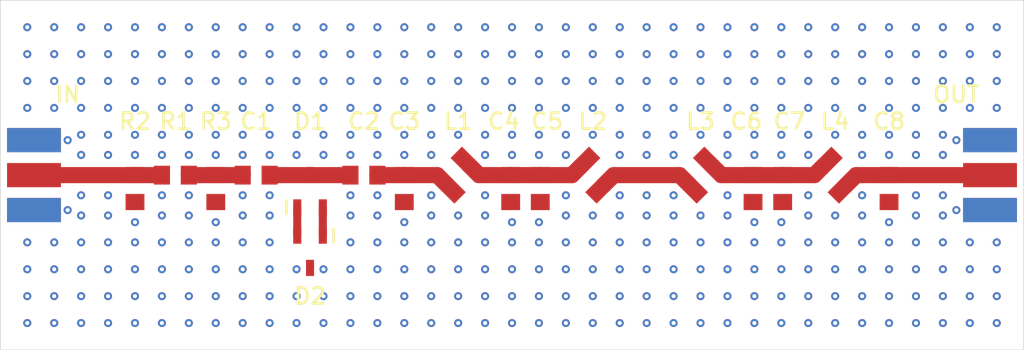
<source format=kicad_pcb>
(kicad_pcb (version 20221018) (generator pcbnew)
  (layers (0 "F.Cu" signal) (31 "B.Cu" signal) (34 "B.Paste" user) (35 "F.Paste" user) (36 "B.SilkS" user "B.Silkscreen") (37 "F.SilkS" user "F.Silkscreen") (38 "B.Mask" user) (39 "F.Mask" user) (44 "Edge.Cuts" user))
  (net 0 "")
  (net 1 "TVS3")
  (net 2 "TVS2")
  (net 3 "GND")
  (net 4 "TVS1")
  (net 5 "FLT4")
  (net 6 "ATT1")
  (net 7 "FLT1")
  (net 8 "FLT2")
  (net 9 "FLT3")
  (net 10 "ATT2")
  (net 11 "FLT5")
  (footprint "footprints:0805" (layer "F.Cu") (at 149 100)
    (fp_text reference "C2" (at 0 -4) (layer "F.SilkS") (effects (font (size 1.2 1.2) (thickness 0.2))))
    (fp_text value "" (at 0 0) (layer "F.SilkS") (effects (font (size 1.27 1.27))))
    (pad "1" smd rect (at -1 0) (size 1.2 1.4) (layers "F.Cu" "F.Paste" "F.Mask") (net 4 "TVS1"))
    (pad "2" smd rect (at 1 0) (size 1.2 1.4) (layers "F.Cu" "F.Paste" "F.Mask") (net 7 "FLT1"))
  )
  (footprint "footprints:0805" (layer "F.Cu") (at 177.9 101 -90)
    (fp_text reference "C6" (at -5 0.5) (layer "F.SilkS") (effects (font (size 1.2 1.2) (thickness 0.2))))
    (fp_text value "" (at 0 0 -90) (layer "F.SilkS") (effects (font (size 1.27 1.27))))
    (pad "1" smd rect (at -1 0 270) (size 1.2 1.4) (layers "F.Cu" "F.Paste" "F.Mask") (net 5 "FLT4"))
    (pad "2" smd rect (at 1 0 270) (size 1.2 1.4) (layers "F.Cu" "F.Paste" "F.Mask") (net 3 "GND"))
  )
  (footprint "footprints:0805" (layer "F.Cu") (at 132 101 -90)
    (fp_text reference "R2" (at -5 0) (layer "F.SilkS") (effects (font (size 1.2 1.2) (thickness 0.2))))
    (fp_text value "" (at 0.5 0 -90) (layer "F.SilkS") (effects (font (size 1.27 1.27))))
    (pad "1" smd rect (at -1 0 270) (size 1.2 1.4) (layers "F.Cu" "F.Paste" "F.Mask") (net 6 "ATT1"))
    (pad "2" smd rect (at 1 0 270) (size 1.2 1.4) (layers "F.Cu" "F.Paste" "F.Mask") (net 3 "GND"))
  )
  (footprint "footprints:0805" (layer "F.Cu") (at 188 101 -90)
    (fp_text reference "C8" (at -5 0) (layer "F.SilkS") (effects (font (size 1.2 1.2) (thickness 0.2))))
    (fp_text value "" (at 0 0 -90) (layer "F.SilkS") (effects (font (size 1.27 1.27))))
    (pad "1" smd rect (at -1 0 270) (size 1.2 1.4) (layers "F.Cu" "F.Paste" "F.Mask") (net 11 "FLT5"))
    (pad "2" smd rect (at 1 0 270) (size 1.2 1.4) (layers "F.Cu" "F.Paste" "F.Mask") (net 3 "GND"))
  )
  (footprint "footprints:0805" (layer "F.Cu") (at 180.1 101 -90)
    (fp_text reference "C7" (at -5 -0.5) (layer "F.SilkS") (effects (font (size 1.2 1.2) (thickness 0.2))))
    (fp_text value "" (at 0 0 -90) (layer "F.SilkS") (effects (font (size 1.27 1.27))))
    (pad "1" smd rect (at -1 0 270) (size 1.2 1.4) (layers "F.Cu" "F.Paste" "F.Mask") (net 5 "FLT4"))
    (pad "2" smd rect (at 1 0 270) (size 1.2 1.4) (layers "F.Cu" "F.Paste" "F.Mask") (net 3 "GND"))
  )
  (footprint "footprints:SOT23-3" (layer "F.Cu") (at 145 105.7 -90)
    (fp_text reference "D2" (at 3.3 0) (layer "F.SilkS") (effects (font (size 1.2 1.2) (thickness 0.2))))
    (fp_text value "" (at 0 0 90) (layer "F.SilkS") (effects (font (size 1.27 1.27))))
    (fp_line (start -1.7 -1.75) (end -0.7 -1.75) (stroke (width 0.2)) (layer "F.SilkS"))
    (pad "1" smd rect (at -1.2 -0.95) (size 0.6 1.2) (layers "F.Cu" "F.Paste" "F.Mask") (net 1 "TVS3"))
    (pad "2" smd rect (at -1.2 0.95) (size 0.6 1.2) (layers "F.Cu" "F.Paste" "F.Mask") (net 2 "TVS2"))
    (pad "3" smd rect (at 1.2 0) (size 0.6 1.2) (layers "F.Cu" "F.Paste" "F.Mask") (net 3 "GND"))
  )
  (footprint "footprints:0805" (layer "F.Cu") (at 159.9 101 -90)
    (fp_text reference "C4" (at -5 0.5) (layer "F.SilkS") (effects (font (size 1.2 1.2) (thickness 0.2))))
    (fp_text value "" (at 0 0 -90) (layer "F.SilkS") (effects (font (size 1.27 1.27))))
    (pad "1" smd rect (at -1 0 270) (size 1.2 1.4) (layers "F.Cu" "F.Paste" "F.Mask") (net 8 "FLT2"))
    (pad "2" smd rect (at 1 0 270) (size 1.2 1.4) (layers "F.Cu" "F.Paste" "F.Mask") (net 3 "GND"))
  )
  (footprint "footprints:1008" (layer "F.Cu") (at 174 100 45)
    (fp_text reference "L3" (at 2.828427 -2.828427 180) (layer "F.SilkS") (effects (font (size 1.2 1.2) (thickness 0.2))))
    (fp_text value "" (at 0 0 45) (layer "F.SilkS") (effects (font (size 1.27 1.27))))
    (pad "1" smd rect (at -1.1 0 45) (size 1.2 2.6) (layers "F.Cu" "F.Paste" "F.Mask") (net 9 "FLT3"))
    (pad "2" smd rect (at 1.1 0 45) (size 1.2 2.6) (layers "F.Cu" "F.Paste" "F.Mask") (net 5 "FLT4"))
  )
  (footprint "footprints:1008" (layer "F.Cu") (at 166 100 -45)
    (fp_text reference "L2" (at -2.828427 -2.828427) (layer "F.SilkS") (effects (font (size 1.2 1.2) (thickness 0.2))))
    (fp_text value "" (at 0 0 135) (layer "F.SilkS") (effects (font (size 1.27 1.27))))
    (pad "1" smd rect (at -1.1 0 315) (size 1.2 2.6) (layers "F.Cu" "F.Paste" "F.Mask") (net 8 "FLT2"))
    (pad "2" smd rect (at 1.1 0 315) (size 1.2 2.6) (layers "F.Cu" "F.Paste" "F.Mask") (net 9 "FLT3"))
  )
  (footprint "footprints:0805" (layer "F.Cu") (at 141 100)
    (fp_text reference "C1" (at 0 -4) (layer "F.SilkS") (effects (font (size 1.2 1.2) (thickness 0.2))))
    (fp_text value "" (at 0 0) (layer "F.SilkS") (effects (font (size 1.27 1.27))))
    (pad "1" smd rect (at -1 0) (size 1.2 1.4) (layers "F.Cu" "F.Paste" "F.Mask") (net 10 "ATT2"))
    (pad "2" smd rect (at 1 0) (size 1.2 1.4) (layers "F.Cu" "F.Paste" "F.Mask") (net 4 "TVS1"))
  )
  (footprint "footprints:0805" (layer "F.Cu") (at 162.1 101 -90)
    (fp_text reference "C5" (at -5 -0.5) (layer "F.SilkS") (effects (font (size 1.2 1.2) (thickness 0.2))))
    (fp_text value "" (at 0 0 -90) (layer "F.SilkS") (effects (font (size 1.27 1.27))))
    (pad "1" smd rect (at -1 0 270) (size 1.2 1.4) (layers "F.Cu" "F.Paste" "F.Mask") (net 8 "FLT2"))
    (pad "2" smd rect (at 1 0 270) (size 1.2 1.4) (layers "F.Cu" "F.Paste" "F.Mask") (net 3 "GND"))
  )
  (footprint "footprints:0805" (layer "F.Cu") (at 138 101 -90)
    (fp_text reference "R3" (at -5 0) (layer "F.SilkS") (effects (font (size 1.2 1.2) (thickness 0.2))))
    (fp_text value "" (at 0.2 0 -90) (layer "F.SilkS") (effects (font (size 1.27 1.27))))
    (pad "1" smd rect (at -1 0 270) (size 1.2 1.4) (layers "F.Cu" "F.Paste" "F.Mask") (net 10 "ATT2"))
    (pad "2" smd rect (at 1 0 270) (size 1.2 1.4) (layers "F.Cu" "F.Paste" "F.Mask") (net 3 "GND"))
  )
  (footprint "footprints:1008" (layer "F.Cu") (at 156 100 45)
    (fp_text reference "L1" (at 2.828427 -2.828427 180) (layer "F.SilkS") (effects (font (size 1.2 1.2) (thickness 0.2))))
    (fp_text value "" (at 0 0 45) (layer "F.SilkS") (effects (font (size 1.27 1.27))))
    (pad "1" smd rect (at -1.1 0 45) (size 1.2 2.6) (layers "F.Cu" "F.Paste" "F.Mask") (net 7 "FLT1"))
    (pad "2" smd rect (at 1.1 0 45) (size 1.2 2.6) (layers "F.Cu" "F.Paste" "F.Mask") (net 8 "FLT2"))
  )
  (footprint "footprints:0805" (layer "F.Cu") (at 135 100)
    (fp_text reference "R1" (at 0 -4) (layer "F.SilkS") (effects (font (size 1.2 1.2) (thickness 0.2))))
    (fp_text value "" (at 0 0) (layer "F.SilkS") (effects (font (size 1.27 1.27))))
    (pad "1" smd rect (at -1 0) (size 1.2 1.4) (layers "F.Cu" "F.Paste" "F.Mask") (net 6 "ATT1"))
    (pad "2" smd rect (at 1 0) (size 1.2 1.4) (layers "F.Cu" "F.Paste" "F.Mask") (net 10 "ATT2"))
  )
  (footprint "footprints:0805" (layer "F.Cu") (at 152 101 -90)
    (fp_text reference "C3" (at -5 0) (layer "F.SilkS") (effects (font (size 1.2 1.2) (thickness 0.2))))
    (fp_text value "" (at 0 0 -90) (layer "F.SilkS") (effects (font (size 1.27 1.27))))
    (pad "1" smd rect (at -1 0 270) (size 1.2 1.4) (layers "F.Cu" "F.Paste" "F.Mask") (net 7 "FLT1"))
    (pad "2" smd rect (at 1 0 270) (size 1.2 1.4) (layers "F.Cu" "F.Paste" "F.Mask") (net 3 "GND"))
  )
  (footprint "footprints:SMA-EDGE" (layer "F.Cu") (at 195.5 100 90)
    (fp_text reference "OUT" (at 6 -2.5 180) (layer "F.SilkS") (effects (font (size 1.2 1.2) (thickness 0.2))))
    (fp_text value "" (at 0 0 90) (layer "F.SilkS") (effects (font (size 1.27 1.27))))
    (pad "1" smd rect (at 0 0 90) (size 1.8 4) (layers "F.Cu" "F.Paste" "F.Mask") (net 11 "FLT5"))
    (pad "2" smd rect (at -2.6 0 90) (size 1.8 4) (layers "F.Cu" "F.Paste" "F.Mask") (net 3 "GND"))
    (pad "2" smd rect (at -2.6 0 90) (size 1.8 4) (layers "B.Cu" "B.Paste" "B.Mask") (net 3 "GND"))
    (pad "2" smd rect (at 2.6 0 90) (size 1.8 4) (layers "F.Cu" "F.Paste" "F.Mask") (net 3 "GND"))
    (pad "2" smd rect (at 2.6 0 90) (size 1.8 4) (layers "B.Cu" "B.Paste" "B.Mask") (net 3 "GND"))
  )
  (footprint "footprints:1008" (layer "F.Cu") (at 184 100 -45)
    (fp_text reference "L4" (at -2.828427 -2.828427) (layer "F.SilkS") (effects (font (size 1.2 1.2) (thickness 0.2))))
    (fp_text value "" (at 0 0 135) (layer "F.SilkS") (effects (font (size 1.27 1.27))))
    (pad "1" smd rect (at -1.1 0 315) (size 1.2 2.6) (layers "F.Cu" "F.Paste" "F.Mask") (net 5 "FLT4"))
    (pad "2" smd rect (at 1.1 0 315) (size 1.2 2.6) (layers "F.Cu" "F.Paste" "F.Mask") (net 11 "FLT5"))
  )
  (footprint "footprints:SOT23-3" (layer "F.Cu") (at 145 101.2 90)
    (fp_text reference "D1" (at 5.2 0 180) (layer "F.SilkS") (effects (font (size 1.2 1.2) (thickness 0.2))))
    (fp_text value "" (at -0.5 0 90) (layer "F.SilkS") (effects (font (size 1.27 1.27))))
    (fp_line (start -1.7 -1.75) (end -0.7 -1.75) (stroke (width 0.2)) (layer "F.SilkS"))
    (pad "1" smd rect (at -1.2 -0.95 180) (size 0.6 1.2) (layers "F.Cu" "F.Paste" "F.Mask") (net 2 "TVS2"))
    (pad "2" smd rect (at -1.2 0.95 180) (size 0.6 1.2) (layers "F.Cu" "F.Paste" "F.Mask") (net 1 "TVS3"))
    (pad "3" smd rect (at 1.2 0 180) (size 0.6 1.2) (layers "F.Cu" "F.Paste" "F.Mask") (net 4 "TVS1"))
  )
  (footprint "footprints:SMA-EDGE" (layer "F.Cu") (at 124.5 100 90)
    (fp_text reference "IN" (at 6 2.5 180) (layer "F.SilkS") (effects (font (size 1.2 1.2) (thickness 0.2))))
    (fp_text value "" (at 0 0 90) (layer "F.SilkS") (effects (font (size 1.27 1.27))))
    (pad "1" smd rect (at 0 0 90) (size 1.8 4) (layers "F.Cu" "F.Paste" "F.Mask") (net 6 "ATT1"))
    (pad "2" smd rect (at -2.6 0 90) (size 1.8 4) (layers "F.Cu" "F.Paste" "F.Mask") (net 3 "GND"))
    (pad "2" smd rect (at -2.6 0 90) (size 1.8 4) (layers "B.Cu" "B.Paste" "B.Mask") (net 3 "GND"))
    (pad "2" smd rect (at 2.6 0 90) (size 1.8 4) (layers "F.Cu" "F.Paste" "F.Mask") (net 3 "GND"))
    (pad "2" smd rect (at 2.6 0 90) (size 1.8 4) (layers "B.Cu" "B.Paste" "B.Mask") (net 3 "GND"))
  )
  (gr_rect (start 122 87) (end 198 113) (stroke (width 0.05)) (fill none) (layer "Edge.Cuts"))
  (segment (start 145.95 102.4) (end 145.95 104.5) (width 0.6) (layer "F.Cu") (net 1))
  (segment (start 144.05 102.4) (end 144.05 104.5) (width 0.6) (layer "F.Cu") (net 2))
  (via (at 184 105) (size 0.6) (drill 0.3) (layers "F.Cu" "B.Cu") (net 3))
  (via (at 150 95) (size 0.6) (drill 0.3) (layers "F.Cu" "B.Cu") (net 3))
  (via (at 196 111) (size 0.6) (drill 0.3) (layers "F.Cu" "B.Cu") (net 3))
  (via (at 150 103) (size 0.6) (drill 0.3) (layers "F.Cu" "B.Cu") (net 3))
  (via (at 162 107) (size 0.6) (drill 0.3) (layers "F.Cu" "B.Cu") (net 3))
  (via (at 138 107) (size 0.6) (drill 0.3) (layers "F.Cu" "B.Cu") (net 3))
  (via (at 132 95) (size 0.6) (drill 0.3) (layers "F.Cu" "B.Cu") (net 3))
  (via (at 148 95) (size 0.6) (drill 0.3) (layers "F.Cu" "B.Cu") (net 3))
  (via (at 162 109) (size 0.6) (drill 0.3) (layers "F.Cu" "B.Cu") (net 3))
  (via (at 166 93) (size 0.6) (drill 0.3) (layers "F.Cu" "B.Cu") (net 3))
  (via (at 170 107) (size 0.6) (drill 0.3) (layers "F.Cu" "B.Cu") (net 3))
  (via (at 172 95) (size 0.6) (drill 0.3) (layers "F.Cu" "B.Cu") (net 3))
  (via (at 136 89) (size 0.6) (drill 0.3) (layers "F.Cu" "B.Cu") (net 3))
  (via (at 144 89) (size 0.6) (drill 0.3) (layers "F.Cu" "B.Cu") (net 3))
  (via (at 126 111) (size 0.6) (drill 0.3) (layers "F.Cu" "B.Cu") (net 3))
  (via (at 146 93) (size 0.6) (drill 0.3) (layers "F.Cu" "B.Cu") (net 3))
  (via (at 158 97) (size 0.6) (drill 0.3) (layers "F.Cu" "B.Cu") (net 3))
  (via (at 132 105) (size 0.6) (drill 0.3) (layers "F.Cu" "B.Cu") (net 3))
  (via (at 168 95) (size 0.6) (drill 0.3) (layers "F.Cu" "B.Cu") (net 3))
  (via (at 180 91) (size 0.6) (drill 0.3) (layers "F.Cu" "B.Cu") (net 3))
  (via (at 124 91) (size 0.6) (drill 0.3) (layers "F.Cu" "B.Cu") (net 3))
  (via (at 164 93) (size 0.6) (drill 0.3) (layers "F.Cu" "B.Cu") (net 3))
  (via (at 164 111) (size 0.6) (drill 0.3) (layers "F.Cu" "B.Cu") (net 3))
  (via (at 188 89) (size 0.6) (drill 0.3) (layers "F.Cu" "B.Cu") (net 3))
  (via (at 132 107) (size 0.6) (drill 0.3) (layers "F.Cu" "B.Cu") (net 3))
  (via (at 160 111) (size 0.6) (drill 0.3) (layers "F.Cu" "B.Cu") (net 3))
  (via (at 174 93) (size 0.6) (drill 0.3) (layers "F.Cu" "B.Cu") (net 3))
  (via (at 134 91) (size 0.6) (drill 0.3) (layers "F.Cu" "B.Cu") (net 3))
  (via (at 142 95) (size 0.6) (drill 0.3) (layers "F.Cu" "B.Cu") (net 3))
  (via (at 156 109) (size 0.6) (drill 0.3) (layers "F.Cu" "B.Cu") (net 3))
  (via (at 192 111) (size 0.6) (drill 0.3) (layers "F.Cu" "B.Cu") (net 3))
  (via (at 170 93) (size 0.6) (drill 0.3) (layers "F.Cu" "B.Cu") (net 3))
  (via (at 168 103) (size 0.6) (drill 0.3) (layers "F.Cu" "B.Cu") (net 3))
  (via (at 176 98.5) (size 0.6) (drill 0.3) (layers "F.Cu" "B.Cu") (net 3))
  (via (at 184 111) (size 0.6) (drill 0.3) (layers "F.Cu" "B.Cu") (net 3))
  (via (at 164 89) (size 0.6) (drill 0.3) (layers "F.Cu" "B.Cu") (net 3))
  (via (at 136 111) (size 0.6) (drill 0.3) (layers "F.Cu" "B.Cu") (net 3))
  (via (at 136 97) (size 0.6) (drill 0.3) (layers "F.Cu" "B.Cu") (net 3))
  (via (at 184 109) (size 0.6) (drill 0.3) (layers "F.Cu" "B.Cu") (net 3))
  (via (at 140 93) (size 0.6) (drill 0.3) (layers "F.Cu" "B.Cu") (net 3))
  (via (at 136 93) (size 0.6) (drill 0.3) (layers "F.Cu" "B.Cu") (net 3))
  (via (at 162 89) (size 0.6) (drill 0.3) (layers "F.Cu" "B.Cu") (net 3))
  (via (at 194 107) (size 0.6) (drill 0.3) (layers "F.Cu" "B.Cu") (net 3))
  (via (at 174 107) (size 0.6) (drill 0.3) (layers "F.Cu" "B.Cu") (net 3))
  (via (at 168 98.5) (size 0.6) (drill 0.3) (layers "F.Cu" "B.Cu") (net 3))
  (via (at 172 98.5) (size 0.6) (drill 0.3) (layers "F.Cu" "B.Cu") (net 3))
  (via (at 180 93) (size 0.6) (drill 0.3) (layers "F.Cu" "B.Cu") (net 3))
  (via (at 184 107) (size 0.6) (drill 0.3) (layers "F.Cu" "B.Cu") (net 3))
  (via (at 186 89) (size 0.6) (drill 0.3) (layers "F.Cu" "B.Cu") (net 3))
  (via (at 150 91) (size 0.6) (drill 0.3) (layers "F.Cu" "B.Cu") (net 3))
  (via (at 172 109) (size 0.6) (drill 0.3) (layers "F.Cu" "B.Cu") (net 3))
  (via (at 150 105) (size 0.6) (drill 0.3) (layers "F.Cu" "B.Cu") (net 3))
  (via (at 168 91) (size 0.6) (drill 0.3) (layers "F.Cu" "B.Cu") (net 3))
  (via (at 178 93) (size 0.6) (drill 0.3) (layers "F.Cu" "B.Cu") (net 3))
  (via (at 162 97) (size 0.6) (drill 0.3) (layers "F.Cu" "B.Cu") (net 3))
  (via (at 154 103) (size 0.6) (drill 0.3) (layers "F.Cu" "B.Cu") (net 3))
  (via (at 154 98.5) (size 0.6) (drill 0.3) (layers "F.Cu" "B.Cu") (net 3))
  (via (at 148 107) (size 0.6) (drill 0.3) (layers "F.Cu" "B.Cu") (net 3))
  (via (at 182 91) (size 0.6) (drill 0.3) (layers "F.Cu" "B.Cu") (net 3))
  (via (at 170 89) (size 0.6) (drill 0.3) (layers "F.Cu" "B.Cu") (net 3))
  (via (at 142 101.5) (size 0.6) (drill 0.3) (layers "F.Cu" "B.Cu") (net 3))
  (via (at 132 89) (size 0.6) (drill 0.3) (layers "F.Cu" "B.Cu") (net 3))
  (via (at 170 98.5) (size 0.6) (drill 0.3) (layers "F.Cu" "B.Cu") (net 3))
  (via (at 134 93) (size 0.6) (drill 0.3) (layers "F.Cu" "B.Cu") (net 3))
  (via (at 140 98.5) (size 0.6) (drill 0.3) (layers "F.Cu" "B.Cu") (net 3))
  (via (at 152 107) (size 0.6) (drill 0.3) (layers "F.Cu" "B.Cu") (net 3))
  (via (at 128 107) (size 0.6) (drill 0.3) (layers "F.Cu" "B.Cu") (net 3))
  (via (at 170 103) (size 0.6) (drill 0.3) (layers "F.Cu" "B.Cu") (net 3))
  (via (at 164 109) (size 0.6) (drill 0.3) (layers "F.Cu" "B.Cu") (net 3))
  (via (at 190 103) (size 0.6) (drill 0.3) (layers "F.Cu" "B.Cu") (net 3))
  (via (at 192 101.5) (size 0.6) (drill 0.3) (layers "F.Cu" "B.Cu") (net 3))
  (via (at 174 111) (size 0.6) (drill 0.3) (layers "F.Cu" "B.Cu") (net 3))
  (via (at 126 93) (size 0.6) (drill 0.3) (layers "F.Cu" "B.Cu") (net 3))
  (via (at 156 91) (size 0.6) (drill 0.3) (layers "F.Cu" "B.Cu") (net 3))
  (via (at 127 102.6) (size 0.6) (drill 0.3) (layers "F.Cu" "B.Cu") (net 3))
  (via (at 144 95) (size 0.6) (drill 0.3) (layers "F.Cu" "B.Cu") (net 3))
  (via (at 166 111) (size 0.6) (drill 0.3) (layers "F.Cu" "B.Cu") (net 3))
  (via (at 162 111) (size 0.6) (drill 0.3) (layers "F.Cu" "B.Cu") (net 3))
  (via (at 158 111) (size 0.6) (drill 0.3) (layers "F.Cu" "B.Cu") (net 3))
  (via (at 156 95) (size 0.6) (drill 0.3) (layers "F.Cu" "B.Cu") (net 3))
  (via (at 194 105) (size 0.6) (drill 0.3) (layers "F.Cu" "B.Cu") (net 3))
  (via (at 188 95) (size 0.6) (drill 0.3) (layers "F.Cu" "B.Cu") (net 3))
  (via (at 158 107) (size 0.6) (drill 0.3) (layers "F.Cu" "B.Cu") (net 3))
  (via (at 172 93) (size 0.6) (drill 0.3) (layers "F.Cu" "B.Cu") (net 3))
  (via (at 134 89) (size 0.6) (drill 0.3) (layers "F.Cu" "B.Cu") (net 3))
  (via (at 168 97) (size 0.6) (drill 0.3) (layers "F.Cu" "B.Cu") (net 3))
  (via (at 142 97) (size 0.6) (drill 0.3) (layers "F.Cu" "B.Cu") (net 3))
  (via (at 168 107) (size 0.6) (drill 0.3) (layers "F.Cu" "B.Cu") (net 3))
  (via (at 136 107) (size 0.6) (drill 0.3) (layers "F.Cu" "B.Cu") (net 3))
  (via (at 158 93) (size 0.6) (drill 0.3) (layers "F.Cu" "B.Cu") (net 3))
  (via (at 124 111) (size 0.6) (drill 0.3) (layers "F.Cu" "B.Cu") (net 3))
  (via (at 184 97) (size 0.6) (drill 0.3) (layers "F.Cu" "B.Cu") (net 3))
  (via (at 170 91) (size 0.6) (drill 0.3) (layers "F.Cu" "B.Cu") (net 3))
  (via (at 148 89) (size 0.6) (drill 0.3) (layers "F.Cu" "B.Cu") (net 3))
  (via (at 152 105) (size 0.6) (drill 0.3) (layers "F.Cu" "B.Cu") (net 3))
  (via (at 128 93) (size 0.6) (drill 0.3) (layers "F.Cu" "B.Cu") (net 3))
  (via (at 156 103) (size 0.6) (drill 0.3) (layers "F.Cu" "B.Cu") (net 3))
  (via (at 142 107) (size 0.6) (drill 0.3) (layers "F.Cu" "B.Cu") (net 3))
  (via (at 158 95) (size 0.6) (drill 0.3) (layers "F.Cu" "B.Cu") (net 3))
  (via (at 160 107) (size 0.6) (drill 0.3) (layers "F.Cu" "B.Cu") (net 3))
  (via (at 130 107) (size 0.6) (drill 0.3) (layers "F.Cu" "B.Cu") (net 3))
  (via (at 154 97) (size 0.6) (drill 0.3) (layers "F.Cu" "B.Cu") (net 3))
  (via (at 154 107) (size 0.6) (drill 0.3) (layers "F.Cu" "B.Cu") (net 3))
  (via (at 180 97) (size 0.6) (drill 0.3) (layers "F.Cu" "B.Cu") (net 3))
  (via (at 132 93) (size 0.6) (drill 0.3) (layers "F.Cu" "B.Cu") (net 3))
  (via (at 164 98.5) (size 0.6) (drill 0.3) (layers "F.Cu" "B.Cu") (net 3))
  (via (at 180 95) (size 0.6) (drill 0.3) (layers "F.Cu" "B.Cu") (net 3))
  (via (at 150 101.5) (size 0.6) (drill 0.3) (layers "F.Cu" "B.Cu") (net 3))
  (via (at 164 107) (size 0.6) (drill 0.3) (layers "F.Cu" "B.Cu") (net 3))
  (via (at 188 98.5) (size 0.6) (drill 0.3) (layers "F.Cu" "B.Cu") (net 3))
  (via (at 140 109) (size 0.6) (drill 0.3) (layers "F.Cu" "B.Cu") (net 3))
  (via (at 186 107) (size 0.6) (drill 0.3) (layers "F.Cu" "B.Cu") (net 3))
  (via (at 140 105) (size 0.6) (drill 0.3) (layers "F.Cu" "B.Cu") (net 3))
  (via (at 144 91) (size 0.6) (drill 0.3) (layers "F.Cu" "B.Cu") (net 3))
  (via (at 136 91) (size 0.6) (drill 0.3) (layers "F.Cu" "B.Cu") (net 3))
  (via (at 152 89) (size 0.6) (drill 0.3) (layers "F.Cu" "B.Cu") (net 3))
  (via (at 134 103) (size 0.6) (drill 0.3) (layers "F.Cu" "B.Cu") (net 3))
  (via (at 128 101.5) (size 0.6) (drill 0.3) (layers "F.Cu" "B.Cu") (net 3))
  (via (at 194 111) (size 0.6) (drill 0.3) (layers "F.Cu" "B.Cu") (net 3))
  (via (at 158 91) (size 0.6) (drill 0.3) (layers "F.Cu" "B.Cu") (net 3))
  (via (at 136 105) (size 0.6) (drill 0.3) (layers "F.Cu" "B.Cu") (net 3))
  (via (at 146 91) (size 0.6) (drill 0.3) (layers "F.Cu" "B.Cu") (net 3))
  (via (at 174 109) (size 0.6) (drill 0.3) (layers "F.Cu" "B.Cu") (net 3))
  (via (at 166 95) (size 0.6) (drill 0.3) (layers "F.Cu" "B.Cu") (net 3))
  (via (at 178 109) (size 0.6) (drill 0.3) (layers "F.Cu" "B.Cu") (net 3))
  (via (at 186 95) (size 0.6) (drill 0.3) (layers "F.Cu" "B.Cu") (net 3))
  (via (at 170 95) (size 0.6) (drill 0.3) (layers "F.Cu" "B.Cu") (net 3))
  (via (at 172 111) (size 0.6) (drill 0.3) (layers "F.Cu" "B.Cu") (net 3))
  (via (at 132 103.5) (size 0.6) (drill 0.3) (layers "F.Cu" "B.Cu") (net 3))
  (via (at 128 91) (size 0.6) (drill 0.3) (layers "F.Cu" "B.Cu") (net 3))
  (via (at 176 89) (size 0.6) (drill 0.3) (layers "F.Cu" "B.Cu") (net 3))
  (via (at 186 97) (size 0.6) (drill 0.3) (layers "F.Cu" "B.Cu") (net 3))
  (via (at 148 111) (size 0.6) (drill 0.3) (layers "F.Cu" "B.Cu") (net 3))
  (via (at 138 91) (size 0.6) (drill 0.3) (layers "F.Cu" "B.Cu") (net 3))
  (via (at 132 97) (size 0.6) (drill 0.3) (layers "F.Cu" "B.Cu") (net 3))
  (via (at 178 103.5) (size 0.6) (drill 0.3) (layers "F.Cu" "B.Cu") (net 3))
  (via (at 190 105) (size 0.6) (drill 0.3) (layers "F.Cu" "B.Cu") (net 3))
  (via (at 130 105) (size 0.6) (drill 0.3) (layers "F.Cu" "B.Cu") (net 3))
  (via (at 142 103) (size 0.6) (drill 0.3) (layers "F.Cu" "B.Cu") (net 3))
  (via (at 144 107) (size 0.6) (drill 0.3) (layers "F.Cu" "B.Cu") (net 3))
  (via (at 142 89) (size 0.6) (drill 0.3) (layers "F.Cu" "B.Cu") (net 3))
  (via (at 142 91) (size 0.6) (drill 0.3) (layers "F.Cu" "B.Cu") (net 3))
  (via (at 144 97) (size 0.6) (drill 0.3) (layers "F.Cu" "B.Cu") (net 3))
  (via (at 160 97) (size 0.6) (drill 0.3) (layers "F.Cu" "B.Cu") (net 3))
  (via (at 196 105) (size 0.6) (drill 0.3) (layers "F.Cu" "B.Cu") (net 3))
  (via (at 158 89) (size 0.6) (drill 0.3) (layers "F.Cu" "B.Cu") (net 3))
  (via (at 128 95) (size 0.6) (drill 0.3) (layers "F.Cu" "B.Cu") (net 3))
  (via (at 160 89) (size 0.6) (drill 0.3) (layers "F.Cu" "B.Cu") (net 3))
  (via (at 124 89) (size 0.6) (drill 0.3) (layers "F.Cu" "B.Cu") (net 3))
  (via (at 192 93) (size 0.6) (drill 0.3) (layers "F.Cu" "B.Cu") (net 3))
  (via (at 172 101.5) (size 0.6) (drill 0.3) (layers "F.Cu" "B.Cu") (net 3))
  (via (at 148 91) (size 0.6) (drill 0.3) (layers "F.Cu" "B.Cu") (net 3))
  (via (at 190 111) (size 0.6) (drill 0.3) (layers "F.Cu" "B.Cu") (net 3))
  (via (at 154 95) (size 0.6) (drill 0.3) (layers "F.Cu" "B.Cu") (net 3))
  (via (at 160 98.5) (size 0.6) (drill 0.3) (layers "F.Cu" "B.Cu") (net 3))
  (via (at 166 97) (size 0.6) (drill 0.3) (layers "F.Cu" "B.Cu") (net 3))
  (via (at 138 103.5) (size 0.6) (drill 0.3) (layers "F.Cu" "B.Cu") (net 3))
  (via (at 130 98.5) (size 0.6) (drill 0.3) (layers "F.Cu" "B.Cu") (net 3))
  (via (at 196 93) (size 0.6) (drill 0.3) (layers "F.Cu" "B.Cu") (net 3))
  (via (at 176 105) (size 0.6) (drill 0.3) (layers "F.Cu" "B.Cu") (net 3))
  (via (at 178 91) (size 0.6) (drill 0.3) (layers "F.Cu" "B.Cu") (net 3))
  (via (at 128 109) (size 0.6) (drill 0.3) (layers "F.Cu" "B.Cu") (net 3))
  (via (at 134 97) (size 0.6) (drill 0.3) (layers "F.Cu" "B.Cu") (net 3))
  (via (at 192 107) (size 0.6) (drill 0.3) (layers "F.Cu" "B.Cu") (net 3))
  (via (at 138 109) (size 0.6) (drill 0.3) (layers "F.Cu" "B.Cu") (net 3))
  (via (at 132 98.5) (size 0.6) (drill 0.3) (layers "F.Cu" "B.Cu") (net 3))
  (via (at 178 98.5) (size 0.6) (drill 0.3) (layers "F.Cu" "B.Cu") (net 3))
  (via (at 146 97) (size 0.6) (drill 0.3) (layers "F.Cu" "B.Cu") (net 3))
  (via (at 130 91) (size 0.6) (drill 0.3) (layers "F.Cu" "B.Cu") (net 3))
  (via (at 192 89) (size 0.6) (drill 0.3) (layers "F.Cu" "B.Cu") (net 3))
  (via (at 190 101.5) (size 0.6) (drill 0.3) (layers "F.Cu" "B.Cu") (net 3))
  (via (at 144 111) (size 0.6) (drill 0.3) (layers "F.Cu" "B.Cu") (net 3))
  (via (at 170 111) (size 0.6) (drill 0.3) (layers "F.Cu" "B.Cu") (net 3))
  (via (at 164 95) (size 0.6) (drill 0.3) (layers "F.Cu" "B.Cu") (net 3))
  (via (at 188 105) (size 0.6) (drill 0.3) (layers "F.Cu" "B.Cu") (net 3))
  (via (at 188 109) (size 0.6) (drill 0.3) (layers "F.Cu" "B.Cu") (net 3))
  (via (at 164 105) (size 0.6) (drill 0.3) (layers "F.Cu" "B.Cu") (net 3))
  (via (at 144 93) (size 0.6) (drill 0.3) (layers "F.Cu" "B.Cu") (net 3))
  (via (at 178 107) (size 0.6) (drill 0.3) (layers "F.Cu" "B.Cu") (net 3))
  (via (at 150 109) (size 0.6) (drill 0.3) (layers "F.Cu" "B.Cu") (net 3))
  (via (at 138 89) (size 0.6) (drill 0.3) (layers "F.Cu" "B.Cu") (net 3))
  (via (at 126 89) (size 0.6) (drill 0.3) (layers "F.Cu" "B.Cu") (net 3))
  (via (at 154 111) (size 0.6) (drill 0.3) (layers "F.Cu" "B.Cu") (net 3))
  (via (at 130 93) (size 0.6) (drill 0.3) (layers "F.Cu" "B.Cu") (net 3))
  (via (at 124 95) (size 0.6) (drill 0.3) (layers "F.Cu" "B.Cu") (net 3))
  (via (at 158 98.5) (size 0.6) (drill 0.3) (layers "F.Cu" "B.Cu") (net 3))
  (via (at 186 105) (size 0.6) (drill 0.3) (layers "F.Cu" "B.Cu") (net 3))
  (via (at 166 109) (size 0.6) (drill 0.3) (layers "F.Cu" "B.Cu") (net 3))
  (via (at 154 91) (size 0.6) (drill 0.3) (layers "F.Cu" "B.Cu") (net 3))
  (via (at 168 105) (size 0.6) (drill 0.3) (layers "F.Cu" "B.Cu") (net 3))
  (via (at 194 89) (size 0.6) (drill 0.3) (layers "F.Cu" "B.Cu") (net 3))
  (via (at 128 105) (size 0.6) (drill 0.3) (layers "F.Cu" "B.Cu") (net 3))
  (via (at 152 97) (size 0.6) (drill 0.3) (layers "F.Cu" "B.Cu") (net 3))
  (via (at 176 109) (size 0.6) (drill 0.3) (layers "F.Cu" "B.Cu") (net 3))
  (via (at 193 102.6) (size 0.6) (drill 0.3) (layers "F.Cu" "B.Cu") (net 3))
  (via (at 132 109) (size 0.6) (drill 0.3) (layers "F.Cu" "B.Cu") (net 3))
  (via (at 180 105) (size 0.6) (drill 0.3) (layers "F.Cu" "B.Cu") (net 3))
  (via (at 150 89) (size 0.6) (drill 0.3) (layers "F.Cu" "B.Cu") (net 3))
  (via (at 138 97) (size 0.6) (drill 0.3) (layers "F.Cu" "B.Cu") (net 3))
  (via (at 162 103.5) (size 0.6) (drill 0.3) (layers "F.Cu" "B.Cu") (net 3))
  (via (at 132 111) (size 0.6) (drill 0.3) (layers "F.Cu" "B.Cu") (net 3))
  (via (at 156 111) (size 0.6) (drill 0.3) (layers "F.Cu" "B.Cu") (net 3))
  (via (at 128 98.5) (size 0.6) (drill 0.3) (layers "F.Cu" "B.Cu") (net 3))
  (via (at 148 101.5) (size 0.6) (drill 0.3) (layers "F.Cu" "B.Cu") (net 3))
  (via (at 136 101.5) (size 0.6) (drill 0.3) (layers "F.Cu" "B.Cu") (net 3))
  (via (at 126 105) (size 0.6) (drill 0.3) (layers "F.Cu" "B.Cu") (net 3))
  (via (at 156 105) (size 0.6) (drill 0.3) (layers "F.Cu" "B.Cu") (net 3))
  (via (at 188 103.5) (size 0.6) (drill 0.3) (layers "F.Cu" "B.Cu") (net 3))
  (via (at 150 111) (size 0.6) (drill 0.3) (layers "F.Cu" "B.Cu") (net 3))
  (via (at 138 93) (size 0.6) (drill 0.3) (layers "F.Cu" "B.Cu") (net 3))
  (via (at 152 93) (size 0.6) (drill 0.3) (layers "F.Cu" "B.Cu") (net 3))
  (via (at 174 89) (size 0.6) (drill 0.3) (layers "F.Cu" "B.Cu") (net 3))
  (via (at 170 105) (size 0.6) (drill 0.3) (layers "F.Cu" "B.Cu") (net 3))
  (via (at 188 91) (size 0.6) (drill 0.3) (layers "F.Cu" "B.Cu") (net 3))
  (via (at 190 95) (size 0.6) (drill 0.3) (layers "F.Cu" "B.Cu") (net 3))
  (via (at 166 105) (size 0.6) (drill 0.3) (layers "F.Cu" "B.Cu") (net 3))
  (via (at 168 109) (size 0.6) (drill 0.3) (layers "F.Cu" "B.Cu") (net 3))
  (via (at 180 111) (size 0.6) (drill 0.3) (layers "F.Cu" "B.Cu") (net 3))
  (via (at 128 89) (size 0.6) (drill 0.3) (layers "F.Cu" "B.Cu") (net 3))
  (via (at 138 95) (size 0.6) (drill 0.3) (layers "F.Cu" "B.Cu") (net 3))
  (via (at 186 109) (size 0.6) (drill 0.3) (layers "F.Cu" "B.Cu") (net 3))
  (via (at 128 97) (size 0.6) (drill 0.3) (layers "F.Cu" "B.Cu") (net 3))
  (via (at 152 95) (size 0.6) (drill 0.3) (layers "F.Cu" "B.Cu") (net 3))
  (via (at 178 89) (size 0.6) (drill 0.3) (layers "F.Cu" "B.Cu") (net 3))
  (via (at 174 97) (size 0.6) (drill 0.3) (layers "F.Cu" "B.Cu") (net 3))
  (via (at 166 91) (size 0.6) (drill 0.3) (layers "F.Cu" "B.Cu") (net 3))
  (via (at 156 89) (size 0.6) (drill 0.3) (layers "F.Cu" "B.Cu") (net 3))
  (via (at 164 97) (size 0.6) (drill 0.3) (layers "F.Cu" "B.Cu") (net 3))
  (via (at 194 95) (size 0.6) (drill 0.3) (layers "F.Cu" "B.Cu") (net 3))
  (via (at 162 93) (size 0.6) (drill 0.3) (layers "F.Cu" "B.Cu") (net 3))
  (via (at 140 95) (size 0.6) (drill 0.3) (layers "F.Cu" "B.Cu") (net 3))
  (via (at 193 97.4) (size 0.6) (drill 0.3) (layers "F.Cu" "B.Cu") (net 3))
  (via (at 152 98.5) (size 0.6) (drill 0.3) (layers "F.Cu" "B.Cu") (net 3))
  (via (at 130 95) (size 0.6) (drill 0.3) (layers "F.Cu" "B.Cu") (net 3))
  (via (at 190 91) (size 0.6) (drill 0.3) (layers "F.Cu" "B.Cu") (net 3))
  (via (at 174 95) (size 0.6) (drill 0.3) (layers "F.Cu" "B.Cu") (net 3))
  (via (at 194 93) (size 0.6) (drill 0.3) (layers "F.Cu" "B.Cu") (net 3))
  (via (at 148 103) (size 0.6) (drill 0.3) (layers "F.Cu" "B.Cu") (net 3))
  (via (at 166 103) (size 0.6) (drill 0.3) (layers "F.Cu" "B.Cu") (net 3))
  (via (at 182 111) (size 0.6) (drill 0.3) (layers "F.Cu" "B.Cu") (net 3))
  (via (at 136 109) (size 0.6) (drill 0.3) (layers "F.Cu" "B.Cu") (net 3))
  (via (at 126 91) (size 0.6) (drill 0.3) (layers "F.Cu" "B.Cu") (net 3))
  (via (at 160 91) (size 0.6) (drill 0.3) (layers "F.Cu" "B.Cu") (net 3))
  (via (at 192 103) (size 0.6) (drill 0.3) (layers "F.Cu" "B.Cu") (net 3))
  (via (at 186 103) (size 0.6) (drill 0.3) (layers "F.Cu" "B.Cu") (net 3))
  (via (at 190 93) (size 0.6) (drill 0.3) (layers "F.Cu" "B.Cu") (net 3))
  (via (at 148 98.5) (size 0.6) (drill 0.3) (layers "F.Cu" "B.Cu") (net 3))
  (via (at 190 97) (size 0.6) (drill 0.3) (layers "F.Cu" "B.Cu") (net 3))
  (via (at 186 111) (size 0.6) (drill 0.3) (layers "F.Cu" "B.Cu") (net 3))
  (via (at 176 103) (size 0.6) (drill 0.3) (layers "F.Cu" "B.Cu") (net 3))
  (via (at 172 103) (size 0.6) (drill 0.3) (layers "F.Cu" "B.Cu") (net 3))
  (via (at 150 97) (size 0.6) (drill 0.3) (layers "F.Cu" "B.Cu") (net 3))
  (via (at 184 89) (size 0.6) (drill 0.3) (layers "F.Cu" "B.Cu") (net 3))
  (via (at 146 95) (size 0.6) (drill 0.3) (layers "F.Cu" "B.Cu") (net 3))
  (via (at 168 101.5) (size 0.6) (drill 0.3) (layers "F.Cu" "B.Cu") (net 3))
  (via (at 146 89) (size 0.6) (drill 0.3) (layers "F.Cu" "B.Cu") (net 3))
  (via (at 130 97) (size 0.6) (drill 0.3) (layers "F.Cu" "B.Cu") (net 3))
  (via (at 194 91) (size 0.6) (drill 0.3) (layers "F.Cu" "B.Cu") (net 3))
  (via (at 142 111) (size 0.6) (drill 0.3) (layers "F.Cu" "B.Cu") (net 3))
  (via (at 140 107) (size 0.6) (drill 0.3) (layers "F.Cu" "B.Cu") (net 3))
  (via (at 186 101.5) (size 0.6) (drill 0.3) (layers "F.Cu" "B.Cu") (net 3))
  (via (at 190 98.5) (size 0.6) (drill 0.3) (layers "F.Cu" "B.Cu") (net 3))
  (via (at 148 93) (size 0.6) (drill 0.3) (layers "F.Cu" "B.Cu") (net 3))
  (via (at 142 98.5) (size 0.6) (drill 0.3) (layers "F.Cu" "B.Cu") (net 3))
  (via (at 140 101.5) (size 0.6) (drill 0.3) (layers "F.Cu" "B.Cu") (net 3))
  (via (at 146 109) (size 0.6) (drill 0.3) (layers "F.Cu" "B.Cu") (net 3))
  (via (at 130 101.5) (size 0.6) (drill 0.3) (layers "F.Cu" "B.Cu") (net 3))
  (via (at 152 91) (size 0.6) (drill 0.3) (layers "F.Cu" "B.Cu") (net 3))
  (via (at 180 109) (size 0.6) (drill 0.3) (layers "F.Cu" "B.Cu") (net 3))
  (via (at 134 98.5) (size 0.6) (drill 0.3) (layers "F.Cu" "B.Cu") (net 3))
  (via (at 126 109) (size 0.6) (drill 0.3) (layers "F.Cu" "B.Cu") (net 3))
  (via (at 142 109) (size 0.6) (drill 0.3) (layers "F.Cu" "B.Cu") (net 3))
  (via (at 144 98.5) (size 0.6) (drill 0.3) (layers "F.Cu" "B.Cu") (net 3))
  (via (at 186 98.5) (size 0.6) (drill 0.3) (layers "F.Cu" "B.Cu") (net 3))
  (via (at 154 93) (size 0.6) (drill 0.3) (layers "F.Cu" "B.Cu") (net 3))
  (via (at 150 98.5) (size 0.6) (drill 0.3) (layers "F.Cu" "B.Cu") (net 3))
  (via (at 176 111) (size 0.6) (drill 0.3) (layers "F.Cu" "B.Cu") (net 3))
  (via (at 162 98.5) (size 0.6) (drill 0.3) (layers "F.Cu" "B.Cu") (net 3))
  (via (at 188 107) (size 0.6) (drill 0.3) (layers "F.Cu" "B.Cu") (net 3))
  (via (at 162 91) (size 0.6) (drill 0.3) (layers "F.Cu" "B.Cu") (net 3))
  (via (at 134 105) (size 0.6) (drill 0.3) (layers "F.Cu" "B.Cu") (net 3))
  (via (at 172 89) (size 0.6) (drill 0.3) (layers "F.Cu" "B.Cu") (net 3))
  (via (at 196 109) (size 0.6) (drill 0.3) (layers "F.Cu" "B.Cu") (net 3))
  (via (at 180 103.5) (size 0.6) (drill 0.3) (layers "F.Cu" "B.Cu") (net 3))
  (via (at 188 97) (size 0.6) (drill 0.3) (layers "F.Cu" "B.Cu") (net 3))
  (via (at 176 91) (size 0.6) (drill 0.3) (layers "F.Cu" "B.Cu") (net 3))
  (via (at 192 105) (size 0.6) (drill 0.3) (layers "F.Cu" "B.Cu") (net 3))
  (via (at 138 105) (size 0.6) (drill 0.3) (layers "F.Cu" "B.Cu") (net 3))
  (via (at 178 97) (size 0.6) (drill 0.3) (layers "F.Cu" "B.Cu") (net 3))
  (via (at 134 107) (size 0.6) (drill 0.3) (layers "F.Cu" "B.Cu") (net 3))
  (via (at 182 97) (size 0.6) (drill 0.3) (layers "F.Cu" "B.Cu") (net 3))
  (via (at 176 95) (size 0.6) (drill 0.3) (layers "F.Cu" "B.Cu") (net 3))
  (via (at 184 91) (size 0.6) (drill 0.3) (layers "F.Cu" "B.Cu") (net 3))
  (via (at 140 103) (size 0.6) (drill 0.3) (layers "F.Cu" "B.Cu") (net 3))
  (via (at 182 109) (size 0.6) (drill 0.3) (layers "F.Cu" "B.Cu") (net 3))
  (via (at 128 111) (size 0.6) (drill 0.3) (layers "F.Cu" "B.Cu") (net 3))
  (via (at 154 101.5) (size 0.6) (drill 0.3) (layers "F.Cu" "B.Cu") (net 3))
  (via (at 146 107) (size 0.6) (drill 0.3) (layers "F.Cu" "B.Cu") (net 3))
  (via (at 178 105) (size 0.6) (drill 0.3) (layers "F.Cu" "B.Cu") (net 3))
  (via (at 176 97) (size 0.6) (drill 0.3) (layers "F.Cu" "B.Cu") (net 3))
  (via (at 156 107) (size 0.6) (drill 0.3) (layers "F.Cu" "B.Cu") (net 3))
  (via (at 196 91) (size 0.6) (drill 0.3) (layers "F.Cu" "B.Cu") (net 3))
  (via (at 160 103.5) (size 0.6) (drill 0.3) (layers "F.Cu" "B.Cu") (net 3))
  (via (at 184 93) (size 0.6) (drill 0.3) (layers "F.Cu" "B.Cu") (net 3))
  (via (at 164 91) (size 0.6) (drill 0.3) (layers "F.Cu" "B.Cu") (net 3))
  (via (at 138 111) (size 0.6) (drill 0.3) (layers "F.Cu" "B.Cu") (net 3))
  (via (at 196 107) (size 0.6) (drill 0.3) (layers "F.Cu" "B.Cu") (net 3))
  (via (at 176 101.5) (size 0.6) (drill 0.3) (layers "F.Cu" "B.Cu") (net 3))
  (via (at 190 109) (size 0.6) (drill 0.3) (layers "F.Cu" "B.Cu") (net 3))
  (via (at 154 89) (size 0.6) (drill 0.3) (layers "F.Cu" "B.Cu") (net 3))
  (via (at 178 95) (size 0.6) (drill 0.3) (layers "F.Cu" "B.Cu") (net 3))
  (via (at 138 98.5) (size 0.6) (drill 0.3) (layers "F.Cu" "B.Cu") (net 3))
  (via (at 158 109) (size 0.6) (drill 0.3) (layers "F.Cu" "B.Cu") (net 3))
  (via (at 134 109) (size 0.6) (drill 0.3) (layers "F.Cu" "B.Cu") (net 3))
  (via (at 182 89) (size 0.6) (drill 0.3) (layers "F.Cu" "B.Cu") (net 3))
  (via (at 127 97.4) (size 0.6) (drill 0.3) (layers "F.Cu" "B.Cu") (net 3))
  (via (at 176 93) (size 0.6) (drill 0.3) (layers "F.Cu" "B.Cu") (net 3))
  (via (at 142 105) (size 0.6) (drill 0.3) (layers "F.Cu" "B.Cu") (net 3))
  (via (at 164 103) (size 0.6) (drill 0.3) (layers "F.Cu" "B.Cu") (net 3))
  (via (at 140 89) (size 0.6) (drill 0.3) (layers "F.Cu" "B.Cu") (net 3))
  (via (at 148 105) (size 0.6) (drill 0.3) (layers "F.Cu" "B.Cu") (net 3))
  (via (at 140 111) (size 0.6) (drill 0.3) (layers "F.Cu" "B.Cu") (net 3))
  (via (at 192 97) (size 0.6) (drill 0.3) (layers "F.Cu" "B.Cu") (net 3))
  (via (at 180 98.5) (size 0.6) (drill 0.3) (layers "F.Cu" "B.Cu") (net 3))
  (via (at 150 93) (size 0.6) (drill 0.3) (layers "F.Cu" "B.Cu") (net 3))
  (via (at 152 109) (size 0.6) (drill 0.3) (layers "F.Cu" "B.Cu") (net 3))
  (via (at 154 105) (size 0.6) (drill 0.3) (layers "F.Cu" "B.Cu") (net 3))
  (via (at 190 89) (size 0.6) (drill 0.3) (layers "F.Cu" "B.Cu") (net 3))
  (via (at 190 107) (size 0.6) (drill 0.3) (layers "F.Cu" "B.Cu") (net 3))
  (via (at 188 111) (size 0.6) (drill 0.3) (layers "F.Cu" "B.Cu") (net 3))
  (via (at 196 95) (size 0.6) (drill 0.3) (layers "F.Cu" "B.Cu") (net 3))
  (via (at 134 111) (size 0.6) (drill 0.3) (layers "F.Cu" "B.Cu") (net 3))
  (via (at 192 98.5) (size 0.6) (drill 0.3) (layers "F.Cu" "B.Cu") (net 3))
  (via (at 166 107) (size 0.6) (drill 0.3) (layers "F.Cu" "B.Cu") (net 3))
  (via (at 168 93) (size 0.6) (drill 0.3) (layers "F.Cu" "B.Cu") (net 3))
  (via (at 124 109) (size 0.6) (drill 0.3) (layers "F.Cu" "B.Cu") (net 3))
  (via (at 126 95) (size 0.6) (drill 0.3) (layers "F.Cu" "B.Cu") (net 3))
  (via (at 158 103) (size 0.6) (drill 0.3) (layers "F.Cu" "B.Cu") (net 3))
  (via (at 158 101.5) (size 0.6) (drill 0.3) (layers "F.Cu" "B.Cu") (net 3))
  (via (at 182 101.5) (size 0.6) (drill 0.3) (layers "F.Cu" "B.Cu") (net 3))
  (via (at 160 109) (size 0.6) (drill 0.3) (layers "F.Cu" "B.Cu") (net 3))
  (via (at 130 111) (size 0.6) (drill 0.3) (layers "F.Cu" "B.Cu") (net 3))
  (via (at 192 95) (size 0.6) (drill 0.3) (layers "F.Cu" "B.Cu") (net 3))
  (via (at 136 95) (size 0.6) (drill 0.3) (layers "F.Cu" "B.Cu") (net 3))
  (via (at 172 105) (size 0.6) (drill 0.3) (layers "F.Cu" "B.Cu") (net 3))
  (via (at 182 107) (size 0.6) (drill 0.3) (layers "F.Cu" "B.Cu") (net 3))
  (via (at 128 103) (size 0.6) (drill 0.3) (layers "F.Cu" "B.Cu") (net 3))
  (via (at 182 93) (size 0.6) (drill 0.3) (layers "F.Cu" "B.Cu") (net 3))
  (via (at 192 109) (size 0.6) (drill 0.3) (layers "F.Cu" "B.Cu") (net 3))
  (via (at 148 109) (size 0.6) (drill 0.3) (layers "F.Cu" "B.Cu") (net 3))
  (via (at 172 91) (size 0.6) (drill 0.3) (layers "F.Cu" "B.Cu") (net 3))
  (via (at 174 103) (size 0.6) (drill 0.3) (layers "F.Cu" "B.Cu") (net 3))
  (via (at 166 89) (size 0.6) (drill 0.3) (layers "F.Cu" "B.Cu") (net 3))
  (via (at 160 95) (size 0.6) (drill 0.3) (layers "F.Cu" "B.Cu") (net 3))
  (via (at 180 107) (size 0.6) (drill 0.3) (layers "F.Cu" "B.Cu") (net 3))
  (via (at 162 105) (size 0.6) (drill 0.3) (layers "F.Cu" "B.Cu") (net 3))
  (via (at 170 109) (size 0.6) (drill 0.3) (layers "F.Cu" "B.Cu") (net 3))
  (via (at 194 109) (size 0.6) (drill 0.3) (layers "F.Cu" "B.Cu") (net 3))
  (via (at 160 93) (size 0.6) (drill 0.3) (layers "F.Cu" "B.Cu") (net 3))
  (via (at 182 98.5) (size 0.6) (drill 0.3) (layers "F.Cu" "B.Cu") (net 3))
  (via (at 178 111) (size 0.6) (drill 0.3) (layers "F.Cu" "B.Cu") (net 3))
  (via (at 146 111) (size 0.6) (drill 0.3) (layers "F.Cu" "B.Cu") (net 3))
  (via (at 124 93) (size 0.6) (drill 0.3) (layers "F.Cu" "B.Cu") (net 3))
  (via (at 182 105) (size 0.6) (drill 0.3) (layers "F.Cu" "B.Cu") (net 3))
  (via (at 144 109) (size 0.6) (drill 0.3) (layers "F.Cu" "B.Cu") (net 3))
  (via (at 136 98.5) (size 0.6) (drill 0.3) (layers "F.Cu" "B.Cu") (net 3))
  (via (at 174 91) (size 0.6) (drill 0.3) (layers "F.Cu" "B.Cu") (net 3))
  (via (at 184 103) (size 0.6) (drill 0.3) (layers "F.Cu" "B.Cu") (net 3))
  (via (at 150 107) (size 0.6) (drill 0.3) (layers "F.Cu" "B.Cu") (net 3))
  (via (at 182 95) (size 0.6) (drill 0.3) (layers "F.Cu" "B.Cu") (net 3))
  (via (at 172 97) (size 0.6) (drill 0.3) (layers "F.Cu" "B.Cu") (net 3))
  (via (at 126 107) (size 0.6) (drill 0.3) (layers "F.Cu" "B.Cu") (net 3))
  (via (at 134 95) (size 0.6) (drill 0.3) (layers "F.Cu" "B.Cu") (net 3))
  (via (at 170 101.5) (size 0.6) (drill 0.3) (layers "F.Cu" "B.Cu") (net 3))
  (via (at 170 97) (size 0.6) (drill 0.3) (layers "F.Cu" "B.Cu") (net 3))
  (via (at 146 98.5) (size 0.6) (drill 0.3) (layers "F.Cu" "B.Cu") (net 3))
  (via (at 188 93) (size 0.6) (drill 0.3) (layers "F.Cu" "B.Cu") (net 3))
  (via (at 142 93) (size 0.6) (drill 0.3) (layers "F.Cu" "B.Cu") (net 3))
  (via (at 184 95) (size 0.6) (drill 0.3) (layers "F.Cu" "B.Cu") (net 3))
  (via (at 130 103) (size 0.6) (drill 0.3) (layers "F.Cu" "B.Cu") (net 3))
  (via (at 152 111) (size 0.6) (drill 0.3) (layers "F.Cu" "B.Cu") (net 3))
  (via (at 174 105) (size 0.6) (drill 0.3) (layers "F.Cu" "B.Cu") (net 3))
  (via (at 124 107) (size 0.6) (drill 0.3) (layers "F.Cu" "B.Cu") (net 3))
  (via (at 154 109) (size 0.6) (drill 0.3) (layers "F.Cu" "B.Cu") (net 3))
  (via (at 164 101.5) (size 0.6) (drill 0.3) (layers "F.Cu" "B.Cu") (net 3))
  (via (at 180 89) (size 0.6) (drill 0.3) (layers "F.Cu" "B.Cu") (net 3))
  (via (at 186 93) (size 0.6) (drill 0.3) (layers "F.Cu" "B.Cu") (net 3))
  (via (at 140 97) (size 0.6) (drill 0.3) (layers "F.Cu" "B.Cu") (net 3))
  (via (at 134 101.5) (size 0.6) (drill 0.3) (layers "F.Cu" "B.Cu") (net 3))
  (via (at 196 89) (size 0.6) (drill 0.3) (layers "F.Cu" "B.Cu") (net 3))
  (via (at 186 91) (size 0.6) (drill 0.3) (layers "F.Cu" "B.Cu") (net 3))
  (via (at 192 91) (size 0.6) (drill 0.3) (layers "F.Cu" "B.Cu") (net 3))
  (via (at 124 105) (size 0.6) (drill 0.3) (layers "F.Cu" "B.Cu") (net 3))
  (via (at 136 103) (size 0.6) (drill 0.3) (layers "F.Cu" "B.Cu") (net 3))
  (via (at 160 105) (size 0.6) (drill 0.3) (layers "F.Cu" "B.Cu") (net 3))
  (via (at 162 95) (size 0.6) (drill 0.3) (layers "F.Cu" "B.Cu") (net 3))
  (via (at 168 111) (size 0.6) (drill 0.3) (layers "F.Cu" "B.Cu") (net 3))
  (via (at 172 107) (size 0.6) (drill 0.3) (layers "F.Cu" "B.Cu") (net 3))
  (via (at 130 89) (size 0.6) (drill 0.3) (layers "F.Cu" "B.Cu") (net 3))
  (via (at 152 103.5) (size 0.6) (drill 0.3) (layers "F.Cu" "B.Cu") (net 3))
  (via (at 130 109) (size 0.6) (drill 0.3) (layers "F.Cu" "B.Cu") (net 3))
  (via (at 156 97) (size 0.6) (drill 0.3) (layers "F.Cu" "B.Cu") (net 3))
  (via (at 182 103) (size 0.6) (drill 0.3) (layers "F.Cu" "B.Cu") (net 3))
  (via (at 176 107) (size 0.6) (drill 0.3) (layers "F.Cu" "B.Cu") (net 3))
  (via (at 148 97) (size 0.6) (drill 0.3) (layers "F.Cu" "B.Cu") (net 3))
  (via (at 156 93) (size 0.6) (drill 0.3) (layers "F.Cu" "B.Cu") (net 3))
  (via (at 132 91) (size 0.6) (drill 0.3) (layers "F.Cu" "B.Cu") (net 3))
  (via (at 140 91) (size 0.6) (drill 0.3) (layers "F.Cu" "B.Cu") (net 3))
  (via (at 158 105) (size 0.6) (drill 0.3) (layers "F.Cu" "B.Cu") (net 3))
  (via (at 168 89) (size 0.6) (drill 0.3) (layers "F.Cu" "B.Cu") (net 3))
  (segment (start 148 100) (end 145 100) (width 1.2) (layer "F.Cu") (net 4))
  (segment (start 145 100) (end 142 100) (width 1.2) (layer "F.Cu") (net 4))
  (segment (start 175.555634 100) (end 174.777817 99.222183) (width 1.2) (layer "F.Cu") (net 5))
  (segment (start 177.9 100) (end 175.555634 100) (width 1.2) (layer "F.Cu") (net 5))
  (segment (start 180.1 100) (end 177.9 100) (width 1.2) (layer "F.Cu") (net 5))
  (segment (start 180.1 100) (end 182.444366 100) (width 1.2) (layer "F.Cu") (net 5))
  (segment (start 182.444366 100) (end 183.222183 99.222183) (width 1.2) (layer "F.Cu") (net 5))
  (segment (start 124.5 100) (end 132 100) (width 1.2) (layer "F.Cu") (net 6))
  (segment (start 134 100) (end 132 100) (width 1.2) (layer "F.Cu") (net 6))
  (segment (start 154.444366 100) (end 155.222183 100.777817) (width 1.2) (layer "F.Cu") (net 7))
  (segment (start 152 100) (end 150 100) (width 1.2) (layer "F.Cu") (net 7))
  (segment (start 152 100) (end 154.444366 100) (width 1.2) (layer "F.Cu") (net 7))
  (segment (start 159.9 100) (end 162.1 100) (width 1.2) (layer "F.Cu") (net 8))
  (segment (start 157.555634 100) (end 156.777817 99.222183) (width 1.2) (layer "F.Cu") (net 8))
  (segment (start 164.444366 100) (end 165.222183 99.222183) (width 1.2) (layer "F.Cu") (net 8))
  (segment (start 159.9 100) (end 157.555634 100) (width 1.2) (layer "F.Cu") (net 8))
  (segment (start 162.1 100) (end 164.444366 100) (width 1.2) (layer "F.Cu") (net 8))
  (segment (start 166.777817 100.777817) (end 167.555634 100) (width 1.2) (layer "F.Cu") (net 9))
  (segment (start 167.555634 100) (end 172.444366 100) (width 1.2) (layer "F.Cu") (net 9))
  (segment (start 172.444366 100) (end 173.222183 100.777817) (width 1.2) (layer "F.Cu") (net 9))
  (segment (start 136 100) (end 138 100) (width 1.2) (layer "F.Cu") (net 10))
  (segment (start 140 100) (end 138 100) (width 1.2) (layer "F.Cu") (net 10))
  (segment (start 195.5 100) (end 188 100) (width 1.2) (layer "F.Cu") (net 11))
  (segment (start 188 100) (end 185.555634 100) (width 1.2) (layer "F.Cu") (net 11))
  (segment (start 185.555634 100) (end 184.777817 100.777817) (width 1.2) (layer "F.Cu") (net 11))
)
</source>
